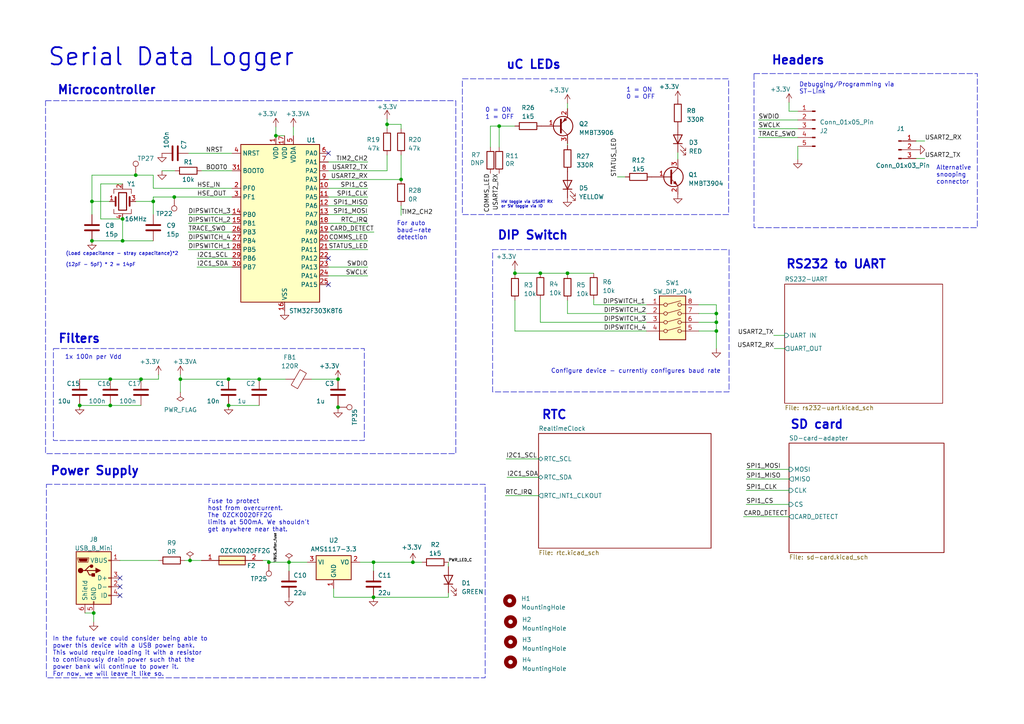
<source format=kicad_sch>
(kicad_sch (version 20230121) (generator eeschema)
  (paper "A4")
  (title_block (title "Serial Snooper PCB") (date "2023-04-22") (rev "1.0"))
  (lib_symbols
    (symbol "0ZCK0020FF2G:0ZCK0020FF2G" (pin_names hide)
      (property "Reference" "F" (at 13.97 6.35 0))
      (property "Value" "0ZCK0020FF2G" (at 13.97 3.81 0))
      (symbol "0ZCK0020FF2G_1_1"
        (polyline (pts (xy 5.08 0) (xy 12.7 0)) (stroke (width 0.254)))
        (rectangle (start 5.08 1.27) (end 12.7 -1.27) (stroke (width 0.254)) (fill (type background)))
        (pin passive line (at 0 0 0) (length 5.08) (name "1") (number "1"))
        (pin passive line (at 17.78 0 180) (length 5.08) (name "2") (number "2"))
      )
    )
    (symbol "Connector:Conn_01x03_Pin" (pin_names (offset 1.016) hide)
      (property "Reference" "J" (at 0 5.08 0))
      (property "Value" "Conn_01x03_Pin" (at 0 -5.08 0))
      (symbol "Conn_01x03_Pin_1_1"
        (polyline (pts (xy 1.27 -2.54) (xy 0.8636 -2.54)) (stroke (width 0.1524)))
        (polyline (pts (xy 1.27 0) (xy 0.8636 0)) (stroke (width 0.1524)))
        (polyline (pts (xy 1.27 2.54) (xy 0.8636 2.54)) (stroke (width 0.1524)))
        (rectangle (start 0.8636 -2.413) (end 0 -2.667) (stroke (width 0.1524)) (fill (type outline)))
        (rectangle (start 0.8636 0.127) (end 0 -0.127) (stroke (width 0.1524)) (fill (type outline)))
        (rectangle (start 0.8636 2.667) (end 0 2.413) (stroke (width 0.1524)) (fill (type outline)))
        (pin passive line (at 5.08 2.54 180) (length 3.81) (name "Pin_1") (number "1"))
        (pin passive line (at 5.08 0 180) (length 3.81) (name "Pin_2") (number "2"))
        (pin passive line (at 5.08 -2.54 180) (length 3.81) (name "Pin_3") (number "3"))
      )
    )
    (symbol "Connector:Conn_01x05_Pin" (pin_names (offset 1.016) hide)
      (property "Reference" "J" (at 0 7.62 0))
      (property "Value" "Conn_01x05_Pin" (at 0 -7.62 0))
      (symbol "Conn_01x05_Pin_1_1"
        (polyline (pts (xy 1.27 -5.08) (xy 0.8636 -5.08)) (stroke (width 0.1524)))
        (polyline (pts (xy 1.27 -2.54) (xy 0.8636 -2.54)) (stroke (width 0.1524)))
        (polyline (pts (xy 1.27 0) (xy 0.8636 0)) (stroke (width 0.1524)))
        (polyline (pts (xy 1.27 2.54) (xy 0.8636 2.54)) (stroke (width 0.1524)))
        (polyline (pts (xy 1.27 5.08) (xy 0.8636 5.08)) (stroke (width 0.1524)))
        (rectangle (start 0.8636 -4.953) (end 0 -5.207) (stroke (width 0.1524)) (fill (type outline)))
        (rectangle (start 0.8636 -2.413) (end 0 -2.667) (stroke (width 0.1524)) (fill (type outline)))
        (rectangle (start 0.8636 0.127) (end 0 -0.127) (stroke (width 0.1524)) (fill (type outline)))
        (rectangle (start 0.8636 2.667) (end 0 2.413) (stroke (width 0.1524)) (fill (type outline)))
        (rectangle (start 0.8636 5.207) (end 0 4.953) (stroke (width 0.1524)) (fill (type outline)))
        (pin passive line (at 5.08 5.08 180) (length 3.81) (name "Pin_1") (number "1"))
        (pin passive line (at 5.08 2.54 180) (length 3.81) (name "Pin_2") (number "2"))
        (pin passive line (at 5.08 0 180) (length 3.81) (name "Pin_3") (number "3"))
        (pin passive line (at 5.08 -2.54 180) (length 3.81) (name "Pin_4") (number "4"))
        (pin passive line (at 5.08 -5.08 180) (length 3.81) (name "Pin_5") (number "5"))
      )
    )
    (symbol "Connector:TestPoint" (pin_numbers hide) (pin_names (offset 0.762) hide)
      (property "Reference" "TP" (at 0 6.858 0))
      (property "Value" "TestPoint" (at 0 5.08 0))
      (symbol "TestPoint_0_1"
        (circle (center 0 3.302) (radius 0.762))
      )
      (symbol "TestPoint_1_1"
        (pin passive line (at 0 0 90) (length 2.54) (name "1") (number "1"))
      )
    )
    (symbol "Connector:USB_B_Mini" (pin_names (offset 1.016))
      (property "Reference" "J" (at -5.08 11.43 0))
      (property "Value" "USB_B_Mini" (at -5.08 8.89 0))
      (symbol "USB_B_Mini_0_1"
        (rectangle (start -5.08 -7.62) (end 5.08 7.62) (stroke (width 0.254)) (fill (type background)))
        (circle (center -3.81 2.159) (radius 0.635) (stroke (width 0.254)) (fill (type outline)))
        (circle (center -0.635 3.429) (radius 0.381) (stroke (width 0.254)) (fill (type outline)))
        (rectangle (start -0.127 -7.62) (end 0.127 -6.858))
        (polyline (pts (xy -1.905 2.159) (xy 0.635 2.159)) (stroke (width 0.254)))
        (polyline (pts (xy -3.175 2.159) (xy -2.54 2.159) (xy -1.27 3.429) (xy -0.635 3.429)) (stroke (width 0.254)))
        (polyline (pts (xy -2.54 2.159) (xy -1.905 2.159) (xy -1.27 0.889) (xy 0 0.889)) (stroke (width 0.254)))
        (polyline (pts (xy 0.635 2.794) (xy 0.635 1.524) (xy 1.905 2.159) (xy 0.635 2.794)) (stroke (width 0.254)) (fill (type outline)))
        (polyline (pts (xy -4.318 5.588) (xy -1.778 5.588) (xy -2.032 4.826) (xy -4.064 4.826) (xy -4.318 5.588)) (fill (type outline)))
        (polyline (pts (xy -4.699 5.842) (xy -4.699 5.588) (xy -4.445 4.826) (xy -4.445 4.572) (xy -1.651 4.572) (xy -1.651 4.826) (xy -1.397 5.588) (xy -1.397 5.842) (xy -4.699 5.842)))
        (rectangle (start 0.254 1.27) (end -0.508 0.508) (stroke (width 0.254)) (fill (type outline)))
        (rectangle (start 5.08 -5.207) (end 4.318 -4.953))
        (rectangle (start 5.08 -2.667) (end 4.318 -2.413))
        (rectangle (start 5.08 -0.127) (end 4.318 0.127))
        (rectangle (start 5.08 4.953) (end 4.318 5.207))
      )
      (symbol "USB_B_Mini_1_1"
        (pin power_out line (at 7.62 5.08 180) (length 2.54) (name "VBUS") (number "1"))
        (pin bidirectional line (at 7.62 -2.54 180) (length 2.54) (name "D-") (number "2"))
        (pin bidirectional line (at 7.62 0 180) (length 2.54) (name "D+") (number "3"))
        (pin passive line (at 7.62 -5.08 180) (length 2.54) (name "ID") (number "4"))
        (pin power_out line (at 0 -10.16 90) (length 2.54) (name "GND") (number "5"))
        (pin passive line (at -2.54 -10.16 90) (length 2.54) (name "Shield") (number "6"))
      )
    )
    (symbol "Device:C" (pin_numbers hide) (pin_names (offset 0.254))
      (property "Reference" "C" (at 0.635 2.54 0))
      (property "Value" "C" (at 0.635 -2.54 0))
      (symbol "C_0_1"
        (polyline (pts (xy -2.032 -0.762) (xy 2.032 -0.762)) (stroke (width 0.508)))
        (polyline (pts (xy -2.032 0.762) (xy 2.032 0.762)) (stroke (width 0.508)))
      )
      (symbol "C_1_1"
        (pin passive line (at 0 3.81 270) (length 2.794) (name "~") (number "1"))
        (pin passive line (at 0 -3.81 90) (length 2.794) (name "~") (number "2"))
      )
    )
    (symbol "Device:Crystal_GND24" (pin_names (offset 1.016) hide)
      (property "Reference" "Y" (at 3.175 5.08 0))
      (property "Value" "Crystal_GND24" (at 3.175 3.175 0))
      (symbol "Crystal_GND24_0_1"
        (rectangle (start -1.143 2.54) (end 1.143 -2.54) (stroke (width 0.3048)))
        (polyline (pts (xy -2.54 0) (xy -2.032 0)))
        (polyline (pts (xy -2.032 -1.27) (xy -2.032 1.27)) (stroke (width 0.508)))
        (polyline (pts (xy 0 -3.81) (xy 0 -3.556)))
        (polyline (pts (xy 0 3.556) (xy 0 3.81)))
        (polyline (pts (xy 2.032 -1.27) (xy 2.032 1.27)) (stroke (width 0.508)))
        (polyline (pts (xy 2.032 0) (xy 2.54 0)))
        (polyline (pts (xy -2.54 -2.286) (xy -2.54 -3.556) (xy 2.54 -3.556) (xy 2.54 -2.286)))
        (polyline (pts (xy -2.54 2.286) (xy -2.54 3.556) (xy 2.54 3.556) (xy 2.54 2.286)))
      )
      (symbol "Crystal_GND24_1_1"
        (pin passive line (at -3.81 0 0) (length 1.27) (name "1") (number "1"))
        (pin passive line (at 0 5.08 270) (length 1.27) (name "2") (number "2"))
        (pin passive line (at 3.81 0 180) (length 1.27) (name "3") (number "3"))
        (pin passive line (at 0 -5.08 90) (length 1.27) (name "4") (number "4"))
      )
    )
    (symbol "Device:FerriteBead" (pin_numbers hide) (pin_names (offset 0))
      (property "Reference" "FB" (at -3.81 0.635 90))
      (property "Value" "FerriteBead" (at 3.81 0 90))
      (symbol "FerriteBead_0_1"
        (polyline (pts (xy 0 -1.27) (xy 0 -1.2192)))
        (polyline (pts (xy 0 1.27) (xy 0 1.2954)))
        (polyline (pts (xy -2.7686 0.4064) (xy -1.7018 2.2606) (xy 2.7686 -0.3048) (xy 1.6764 -2.159) (xy -2.7686 0.4064)))
      )
      (symbol "FerriteBead_1_1"
        (pin passive line (at 0 3.81 270) (length 2.54) (name "~") (number "1"))
        (pin passive line (at 0 -3.81 90) (length 2.54) (name "~") (number "2"))
      )
    )
    (symbol "Device:LED" (pin_numbers hide) (pin_names (offset 1.016) hide)
      (property "Reference" "D" (at 0 2.54 0))
      (property "Value" "LED" (at 0 -2.54 0))
      (symbol "LED_0_1"
        (polyline (pts (xy -1.27 -1.27) (xy -1.27 1.27)) (stroke (width 0.254)))
        (polyline (pts (xy -1.27 0) (xy 1.27 0)))
        (polyline (pts (xy 1.27 -1.27) (xy 1.27 1.27) (xy -1.27 0) (xy 1.27 -1.27)) (stroke (width 0.254)))
        (polyline (pts (xy -3.048 -0.762) (xy -4.572 -2.286) (xy -3.81 -2.286) (xy -4.572 -2.286) (xy -4.572 -1.524)))
        (polyline (pts (xy -1.778 -0.762) (xy -3.302 -2.286) (xy -2.54 -2.286) (xy -3.302 -2.286) (xy -3.302 -1.524)))
      )
      (symbol "LED_1_1"
        (pin passive line (at -3.81 0 0) (length 2.54) (name "K") (number "1"))
        (pin passive line (at 3.81 0 180) (length 2.54) (name "A") (number "2"))
      )
    )
    (symbol "Device:R" (pin_numbers hide) (pin_names (offset 0))
      (property "Reference" "R" (at 2.032 0 90))
      (property "Value" "R" (at 0 0 90))
      (symbol "R_0_1"
        (rectangle (start -1.016 -2.54) (end 1.016 2.54) (stroke (width 0.254)))
      )
      (symbol "R_1_1"
        (pin passive line (at 0 3.81 270) (length 1.27) (name "~") (number "1"))
        (pin passive line (at 0 -3.81 90) (length 1.27) (name "~") (number "2"))
      )
    )
    (symbol "MCU_ST_STM32F3:STM32F303K8Tx"
      (property "Reference" "U" (at -10.16 24.13 0))
      (property "Value" "STM32F303K8Tx" (at 7.62 24.13 0))
      (symbol "STM32F303K8Tx_0_1"
        (rectangle (start -10.16 -22.86) (end 12.7 22.86) (stroke (width 0.254)) (fill (type background)))
      )
      (symbol "STM32F303K8Tx_1_1"
        (pin power_in line (at 0 25.4 270) (length 2.54) (name "VDD") (number "1"))
        (pin bidirectional line (at 15.24 10.16 180) (length 2.54) (name "PA4") (number "10"))
        (pin bidirectional line (at 15.24 7.62 180) (length 2.54) (name "PA5") (number "11"))
        (pin bidirectional line (at 15.24 5.08 180) (length 2.54) (name "PA6") (number "12"))
        (pin bidirectional line (at 15.24 2.54 180) (length 2.54) (name "PA7") (number "13"))
        (pin bidirectional line (at -12.7 2.54 0) (length 2.54) (name "PB0") (number "14"))
        (pin bidirectional line (at -12.7 0 0) (length 2.54) (name "PB1") (number "15"))
        (pin power_in line (at 2.54 -25.4 90) (length 2.54) (name "VSS") (number "16"))
        (pin power_in line (at 2.54 25.4 270) (length 2.54) (name "VDD") (number "17"))
        (pin bidirectional line (at 15.24 0 180) (length 2.54) (name "PA8") (number "18"))
        (pin bidirectional line (at 15.24 -2.54 180) (length 2.54) (name "PA9") (number "19"))
        (pin bidirectional line (at -12.7 10.16 0) (length 2.54) (name "PF0") (number "2"))
        (pin bidirectional line (at 15.24 -5.08 180) (length 2.54) (name "PA10") (number "20"))
        (pin bidirectional line (at 15.24 -7.62 180) (length 2.54) (name "PA11") (number "21"))
        (pin bidirectional line (at 15.24 -10.16 180) (length 2.54) (name "PA12") (number "22"))
        (pin bidirectional line (at 15.24 -12.7 180) (length 2.54) (name "PA13") (number "23"))
        (pin bidirectional line (at 15.24 -15.24 180) (length 2.54) (name "PA14") (number "24"))
        (pin bidirectional line (at 15.24 -17.78 180) (length 2.54) (name "PA15") (number "25"))
        (pin bidirectional line (at -12.7 -2.54 0) (length 2.54) (name "PB3") (number "26"))
        (pin bidirectional line (at -12.7 -5.08 0) (length 2.54) (name "PB4") (number "27"))
        (pin bidirectional line (at -12.7 -7.62 0) (length 2.54) (name "PB5") (number "28"))
        (pin bidirectional line (at -12.7 -10.16 0) (length 2.54) (name "PB6") (number "29"))
        (pin bidirectional line (at -12.7 7.62 0) (length 2.54) (name "PF1") (number "3"))
        (pin bidirectional line (at -12.7 -12.7 0) (length 2.54) (name "PB7") (number "30"))
        (pin input line (at -12.7 15.24 0) (length 2.54) (name "BOOT0") (number "31"))
        (pin passive line (at 2.54 -25.4 90) (length 2.54) hide (name "VSS") (number "32"))
        (pin input line (at -12.7 20.32 0) (length 2.54) (name "NRST") (number "4"))
        (pin power_in line (at 5.08 25.4 270) (length 2.54) (name "VDDA") (number "5"))
        (pin bidirectional line (at 15.24 20.32 180) (length 2.54) (name "PA0") (number "6"))
        (pin bidirectional line (at 15.24 17.78 180) (length 2.54) (name "PA1") (number "7"))
        (pin bidirectional line (at 15.24 15.24 180) (length 2.54) (name "PA2") (number "8"))
        (pin bidirectional line (at 15.24 12.7 180) (length 2.54) (name "PA3") (number "9"))
      )
    )
    (symbol "Mechanical:MountingHole" (pin_names (offset 1.016))
      (property "Reference" "H" (at 0 5.08 0))
      (property "Value" "MountingHole" (at 0 3.175 0))
      (symbol "MountingHole_0_1"
        (circle (center 0 0) (radius 1.27) (stroke (width 1.27)))
      )
    )
    (symbol "Regulator_Linear:AMS1117-3.3"
      (property "Reference" "U" (at -3.81 3.175 0))
      (property "Value" "AMS1117-3.3" (at 0 3.175 0))
      (symbol "AMS1117-3.3_0_1"
        (rectangle (start -5.08 -5.08) (end 5.08 1.905) (stroke (width 0.254)) (fill (type background)))
      )
      (symbol "AMS1117-3.3_1_1"
        (pin power_in line (at 0 -7.62 90) (length 2.54) (name "GND") (number "1"))
        (pin power_out line (at 7.62 0 180) (length 2.54) (name "VO") (number "2"))
        (pin power_in line (at -7.62 0 0) (length 2.54) (name "VI") (number "3"))
      )
    )
    (symbol "Switch:SW_DIP_x04" (pin_names (offset 0) hide)
      (property "Reference" "SW" (at 0 8.89 0))
      (property "Value" "SW_DIP_x04" (at 0 -6.35 0))
      (symbol "SW_DIP_x04_0_0"
        (circle (center -2.032 -2.54) (radius 0.508))
        (circle (center -2.032 0) (radius 0.508))
        (circle (center -2.032 2.54) (radius 0.508))
        (circle (center -2.032 5.08) (radius 0.508))
        (polyline (pts (xy -1.524 -2.3876) (xy 2.3622 -1.3462)))
        (polyline (pts (xy -1.524 0.127) (xy 2.3622 1.1684)))
        (polyline (pts (xy -1.524 2.667) (xy 2.3622 3.7084)))
        (polyline (pts (xy -1.524 5.207) (xy 2.3622 6.2484)))
        (circle (center 2.032 -2.54) (radius 0.508))
        (circle (center 2.032 0) (radius 0.508))
        (circle (center 2.032 2.54) (radius 0.508))
        (circle (center 2.032 5.08) (radius 0.508))
      )
      (symbol "SW_DIP_x04_0_1"
        (rectangle (start -3.81 7.62) (end 3.81 -5.08) (stroke (width 0.254)) (fill (type background)))
      )
      (symbol "SW_DIP_x04_1_1"
        (pin passive line (at -7.62 5.08 0) (length 5.08) (name "~") (number "1"))
        (pin passive line (at -7.62 2.54 0) (length 5.08) (name "~") (number "2"))
        (pin passive line (at -7.62 0 0) (length 5.08) (name "~") (number "3"))
        (pin passive line (at -7.62 -2.54 0) (length 5.08) (name "~") (number "4"))
        (pin passive line (at 7.62 -2.54 180) (length 5.08) (name "~") (number "5"))
        (pin passive line (at 7.62 0 180) (length 5.08) (name "~") (number "6"))
        (pin passive line (at 7.62 2.54 180) (length 5.08) (name "~") (number "7"))
        (pin passive line (at 7.62 5.08 180) (length 5.08) (name "~") (number "8"))
      )
    )
    (symbol "Transistor_BJT:MMBT3904" (pin_names (offset 0) hide)
      (property "Reference" "Q" (at 5.08 1.905 0))
      (property "Value" "MMBT3904" (at 5.08 0 0))
      (symbol "MMBT3904_0_1"
        (polyline (pts (xy 0.635 0.635) (xy 2.54 2.54)))
        (polyline (pts (xy 0.635 -0.635) (xy 2.54 -2.54) (xy 2.54 -2.54)))
        (polyline (pts (xy 0.635 1.905) (xy 0.635 -1.905) (xy 0.635 -1.905)) (stroke (width 0.508)))
        (polyline (pts (xy 1.27 -1.778) (xy 1.778 -1.27) (xy 2.286 -2.286) (xy 1.27 -1.778) (xy 1.27 -1.778)) (fill (type outline)))
        (circle (center 1.27 0) (radius 2.8194) (stroke (width 0.254)))
      )
      (symbol "MMBT3904_1_1"
        (pin input line (at -5.08 0 0) (length 5.715) (name "B") (number "1"))
        (pin passive line (at 2.54 -5.08 90) (length 2.54) (name "E") (number "2"))
        (pin passive line (at 2.54 5.08 270) (length 2.54) (name "C") (number "3"))
      )
    )
    (symbol "Transistor_BJT:MMBT3906" (pin_names (offset 0) hide)
      (property "Reference" "Q" (at 5.08 1.905 0))
      (property "Value" "MMBT3906" (at 5.08 0 0))
      (symbol "MMBT3906_0_1"
        (polyline (pts (xy 0.635 0.635) (xy 2.54 2.54)))
        (polyline (pts (xy 0.635 -0.635) (xy 2.54 -2.54) (xy 2.54 -2.54)))
        (polyline (pts (xy 0.635 1.905) (xy 0.635 -1.905) (xy 0.635 -1.905)) (stroke (width 0.508)))
        (polyline (pts (xy 2.286 -1.778) (xy 1.778 -2.286) (xy 1.27 -1.27) (xy 2.286 -1.778) (xy 2.286 -1.778)) (fill (type outline)))
        (circle (center 1.27 0) (radius 2.8194) (stroke (width 0.254)))
      )
      (symbol "MMBT3906_1_1"
        (pin input line (at -5.08 0 0) (length 5.715) (name "B") (number "1"))
        (pin passive line (at 2.54 -5.08 90) (length 2.54) (name "E") (number "2"))
        (pin passive line (at 2.54 5.08 270) (length 2.54) (name "C") (number "3"))
      )
    )
    (symbol "power:+3.3V" (power) (pin_names (offset 0))
      (property "Value" "+3.3V" (at 0 3.556 0))
      (symbol "+3.3V_0_1"
        (polyline (pts (xy -0.762 1.27) (xy 0 2.54)))
        (polyline (pts (xy 0 0) (xy 0 2.54)))
        (polyline (pts (xy 0 2.54) (xy 0.762 1.27)))
      )
      (symbol "+3.3V_1_1"
        (pin power_in line (at 0 0 90) (length 0) hide (name "+3.3V") (number "1"))
      )
    )
    (symbol "power:+3.3VA" (power) (pin_names (offset 0))
      (property "Value" "+3.3VA" (at 0 3.556 0))
      (symbol "+3.3VA_0_1"
        (polyline (pts (xy -0.762 1.27) (xy 0 2.54)))
        (polyline (pts (xy 0 0) (xy 0 2.54)))
        (polyline (pts (xy 0 2.54) (xy 0.762 1.27)))
      )
      (symbol "+3.3VA_1_1"
        (pin power_in line (at 0 0 90) (length 0) hide (name "+3.3VA") (number "1"))
      )
    )
    (symbol "power:GND" (power) (pin_names (offset 0))
      (property "Value" "GND" (at 0 -3.81 0))
      (symbol "GND_0_1"
        (polyline (pts (xy 0 0) (xy 0 -1.27) (xy 1.27 -1.27) (xy 0 -2.54) (xy -1.27 -1.27) (xy 0 -1.27)))
      )
      (symbol "GND_1_1"
        (pin power_in line (at 0 0 270) (length 0) hide (name "GND") (number "1"))
      )
    )
    (symbol "power:PWR_FLAG" (power) (pin_numbers hide) (pin_names (offset 0) hide)
      (property "Value" "PWR_FLAG" (at 0 3.81 0))
      (symbol "PWR_FLAG_0_0"
        (pin power_out line (at 0 0 90) (length 0) (name "pwr") (number "1"))
      )
      (symbol "PWR_FLAG_0_1"
        (polyline (pts (xy 0 0) (xy 0 1.27) (xy -1.016 1.905) (xy 0 2.54) (xy 1.016 1.905) (xy 0 1.27)))
      )
    )
  )
  (junction (at 44.45 58.42))
  (junction (at 116.332 52.07))
  (junction (at 149.352 79.248))
  (junction (at 207.772 96.012))
  (junction (at 52.324 109.982))
  (junction (at 207.772 90.932))
  (junction (at 27.178 177.8))
  (junction (at 35.56 63.5))
  (junction (at 108.331 173.228))
  (junction (at 119.761 163.068))
  (junction (at 35.56 69.85))
  (junction (at 26.67 58.42))
  (junction (at 98.044 109.982))
  (junction (at 144.78 36.576))
  (junction (at 80.01 39.37))
  (junction (at 207.772 93.472))
  (junction (at 108.331 163.068))
  (junction (at 50.546 57.15))
  (junction (at 23.114 117.602))
  (junction (at 26.67 69.85))
  (junction (at 32.004 109.982))
  (junction (at 83.82 163.068))
  (junction (at 66.294 109.982))
  (junction (at 164.592 79.248))
  (junction (at 77.978 163.068))
  (junction (at 32.004 117.602))
  (junction (at 156.718 79.248))
  (junction (at 40.894 109.982))
  (junction (at 98.044 118.11))
  (junction (at 55.118 162.56))
  (junction (at 39.37 50.8))
  (junction (at 66.294 117.602))
  (junction (at 112.268 36.068))
  (junction (at 75.184 109.982))
  (no_connect (at 95.25 44.45))
  (no_connect (at 34.798 167.64))
  (no_connect (at 95.25 82.55))
  (no_connect (at 34.798 170.18))
  (no_connect (at 34.798 172.72))
  (no_connect (at 95.25 74.93))
  (wire (pts (xy 116.332 52.07) (xy 116.332 44.958)))
  (wire (pts (xy 231.394 32.258) (xy 228.854 32.258)))
  (wire (pts (xy 55.118 162.56) (xy 58.42 162.56)))
  (wire (pts (xy 90.424 109.982) (xy 98.044 109.982)))
  (wire (pts (xy 57.15 77.47) (xy 67.31 77.47)))
  (wire (pts (xy 46.99 49.53) (xy 50.8 49.53)))
  (wire (pts (xy 66.294 117.602) (xy 75.184 117.602)))
  (wire (pts (xy 207.772 93.472) (xy 207.772 90.932)))
  (wire (pts (xy 231.394 42.418) (xy 231.394 46.228)))
  (wire (pts (xy 108.331 173.228) (xy 130.048 173.228)))
  (wire (pts (xy 96.774 170.688) (xy 96.774 173.228)))
  (wire (pts (xy 95.25 54.61) (xy 106.68 54.61)))
  (wire (pts (xy 54.61 67.31) (xy 67.31 67.31)))
  (wire (pts (xy 44.45 54.61) (xy 67.31 54.61)))
  (wire (pts (xy 52.324 109.982) (xy 66.294 109.982)))
  (wire (pts (xy 104.394 163.068) (xy 108.331 163.068)))
  (wire (pts (xy 95.25 57.15) (xy 106.68 57.15)))
  (wire (pts (xy 54.61 72.39) (xy 67.31 72.39)))
  (wire (pts (xy 98.044 118.11) (xy 98.044 118.491)))
  (wire (pts (xy 75.184 109.982) (xy 82.804 109.982)))
  (wire (pts (xy 40.894 109.982) (xy 45.974 109.982)))
  (wire (pts (xy 95.25 49.53) (xy 112.268 49.53)))
  (wire (pts (xy 164.592 41.656) (xy 164.592 42.164)))
  (wire (pts (xy 98.044 117.602) (xy 98.044 118.11)))
  (wire (pts (xy 32.004 117.602) (xy 40.894 117.602)))
  (wire (pts (xy 23.114 117.602) (xy 32.004 117.602)))
  (wire (pts (xy 149.352 87.122) (xy 149.352 96.012)))
  (wire (pts (xy 83.82 163.068) (xy 89.154 163.068)))
  (wire (pts (xy 57.15 74.93) (xy 67.31 74.93)))
  (wire (pts (xy 224.409 97.282) (xy 227.584 97.282)))
  (wire (pts (xy 35.56 69.85) (xy 44.45 69.85)))
  (wire (pts (xy 164.592 79.248) (xy 172.212 79.248)))
  (wire (pts (xy 108.331 163.068) (xy 108.331 165.608)))
  (wire (pts (xy 119.761 163.068) (xy 122.428 163.068)))
  (wire (pts (xy 29.21 63.5) (xy 35.56 63.5)))
  (wire (pts (xy 52.324 108.712) (xy 52.324 109.982)))
  (wire (pts (xy 35.56 69.85) (xy 35.56 63.5)))
  (wire (pts (xy 142.24 36.576) (xy 144.78 36.576)))
  (wire (pts (xy 77.978 162.56) (xy 77.978 163.068)))
  (wire (pts (xy 112.268 34.544) (xy 112.268 36.068)))
  (wire (pts (xy 44.45 62.23) (xy 44.45 58.42)))
  (wire (pts (xy 164.592 90.932) (xy 187.452 90.932)))
  (wire (pts (xy 219.964 39.878) (xy 231.394 39.878)))
  (wire (pts (xy 95.25 46.99) (xy 106.68 46.99)))
  (wire (pts (xy 95.25 69.85) (xy 106.68 69.85)))
  (wire (pts (xy 26.67 50.8) (xy 26.67 58.42)))
  (wire (pts (xy 112.268 36.068) (xy 112.268 37.338)))
  (wire (pts (xy 85.09 36.83) (xy 85.09 39.37)))
  (wire (pts (xy 216.408 142.24) (xy 228.854 142.24)))
  (wire (pts (xy 26.67 50.8) (xy 39.37 50.8)))
  (wire (pts (xy 187.452 88.392) (xy 172.212 88.392)))
  (wire (pts (xy 95.25 80.01) (xy 106.68 80.01)))
  (wire (pts (xy 34.798 162.56) (xy 45.974 162.56)))
  (wire (pts (xy 202.692 96.012) (xy 207.772 96.012)))
  (wire (pts (xy 228.854 32.258) (xy 228.854 29.718)))
  (wire (pts (xy 164.592 79.248) (xy 164.592 79.502)))
  (wire (pts (xy 95.25 62.23) (xy 106.68 62.23)))
  (wire (pts (xy 27.178 177.8) (xy 27.178 180.34)))
  (wire (pts (xy 130.048 171.958) (xy 130.048 173.228)))
  (wire (pts (xy 207.772 96.012) (xy 207.772 93.472)))
  (wire (pts (xy 202.692 93.472) (xy 207.772 93.472)))
  (wire (pts (xy 207.772 96.012) (xy 207.772 101.092)))
  (wire (pts (xy 77.978 163.068) (xy 83.82 163.068)))
  (wire (pts (xy 215.646 149.86) (xy 228.854 149.86)))
  (wire (pts (xy 45.974 109.982) (xy 45.974 108.712)))
  (wire (pts (xy 144.78 36.576) (xy 144.78 42.672)))
  (wire (pts (xy 142.24 42.672) (xy 142.24 36.576)))
  (wire (pts (xy 164.592 90.932) (xy 164.592 87.122)))
  (wire (pts (xy 187.452 96.012) (xy 149.352 96.012)))
  (wire (pts (xy 156.718 93.472) (xy 187.452 93.472)))
  (wire (pts (xy 265.684 40.894) (xy 268.224 40.894)))
  (wire (pts (xy 39.37 50.8) (xy 44.45 50.8)))
  (wire (pts (xy 53.594 162.56) (xy 55.118 162.56)))
  (wire (pts (xy 202.692 90.932) (xy 207.772 90.932)))
  (wire (pts (xy 23.114 109.982) (xy 32.004 109.982)))
  (wire (pts (xy 112.268 49.53) (xy 112.268 44.958)))
  (wire (pts (xy 80.01 36.83) (xy 80.01 39.37)))
  (wire (pts (xy 32.004 109.982) (xy 40.894 109.982)))
  (wire (pts (xy 156.718 86.868) (xy 156.718 93.472)))
  (wire (pts (xy 116.332 36.068) (xy 116.332 37.338)))
  (wire (pts (xy 95.25 77.47) (xy 106.68 77.47)))
  (wire (pts (xy 76.2 162.56) (xy 77.978 162.56)))
  (wire (pts (xy 50.546 57.15) (xy 67.31 57.15)))
  (wire (pts (xy 265.684 45.974) (xy 268.224 45.974)))
  (wire (pts (xy 95.25 67.31) (xy 108.458 67.31)))
  (wire (pts (xy 202.692 88.392) (xy 207.772 88.392)))
  (wire (pts (xy 24.638 177.8) (xy 27.178 177.8)))
  (wire (pts (xy 66.294 109.982) (xy 75.184 109.982)))
  (wire (pts (xy 179.07 51.308) (xy 181.356 51.308)))
  (wire (pts (xy 144.78 36.576) (xy 149.352 36.576)))
  (wire (pts (xy 196.596 44.196) (xy 196.596 46.228)))
  (wire (pts (xy 156.718 79.248) (xy 164.592 79.248)))
  (wire (pts (xy 172.212 86.868) (xy 172.212 88.392)))
  (wire (pts (xy 26.67 58.42) (xy 26.67 62.23)))
  (wire (pts (xy 52.324 109.982) (xy 52.324 113.792)))
  (wire (pts (xy 29.21 53.34) (xy 29.21 63.5)))
  (wire (pts (xy 44.45 54.61) (xy 44.45 50.8)))
  (wire (pts (xy 149.352 79.248) (xy 149.352 79.502)))
  (wire (pts (xy 54.61 44.45) (xy 67.31 44.45)))
  (wire (pts (xy 146.812 133.096) (xy 156.21 133.096)))
  (wire (pts (xy 26.67 69.85) (xy 35.56 69.85)))
  (wire (pts (xy 44.45 57.15) (xy 50.546 57.15)))
  (wire (pts (xy 149.352 79.248) (xy 156.718 79.248)))
  (wire (pts (xy 207.772 90.932) (xy 207.772 88.392)))
  (wire (pts (xy 96.774 173.228) (xy 108.331 173.228)))
  (wire (pts (xy 54.61 64.77) (xy 67.31 64.77)))
  (wire (pts (xy 54.61 62.23) (xy 67.31 62.23)))
  (wire (pts (xy 224.536 101.092) (xy 227.584 101.092)))
  (wire (pts (xy 164.592 29.972) (xy 164.592 31.496)))
  (wire (pts (xy 108.331 163.068) (xy 119.761 163.068)))
  (wire (pts (xy 130.048 163.068) (xy 130.048 164.338)))
  (wire (pts (xy 44.45 57.15) (xy 44.45 58.42)))
  (wire (pts (xy 80.01 39.37) (xy 82.55 39.37)))
  (wire (pts (xy 116.332 59.69) (xy 116.332 62.484)))
  (wire (pts (xy 219.964 37.338) (xy 231.394 37.338)))
  (wire (pts (xy 147.066 138.43) (xy 156.21 138.43)))
  (wire (pts (xy 149.352 78.232) (xy 149.352 79.248)))
  (wire (pts (xy 216.408 146.304) (xy 228.854 146.304)))
  (wire (pts (xy 95.25 72.39) (xy 106.68 72.39)))
  (wire (pts (xy 31.75 58.42) (xy 26.67 58.42)))
  (wire (pts (xy 95.25 64.77) (xy 106.68 64.77)))
  (wire (pts (xy 146.558 143.764) (xy 156.21 143.764)))
  (wire (pts (xy 35.56 53.34) (xy 29.21 53.34)))
  (wire (pts (xy 216.408 136.144) (xy 228.854 136.144)))
  (wire (pts (xy 112.268 36.068) (xy 116.332 36.068)))
  (wire (pts (xy 39.37 58.42) (xy 44.45 58.42)))
  (wire (pts (xy 54.61 69.85) (xy 67.31 69.85)))
  (wire (pts (xy 83.82 163.068) (xy 83.82 165.608)))
  (wire (pts (xy 216.408 138.938) (xy 228.854 138.938)))
  (wire (pts (xy 95.25 52.07) (xy 116.332 52.07)))
  (wire (pts (xy 95.25 59.69) (xy 106.68 59.69)))
  (wire (pts (xy 219.964 34.798) (xy 231.394 34.798)))
  (wire (pts (xy 58.42 49.53) (xy 67.31 49.53)))
  (rectangle (start 13.462 140.462) (end 140.716 196.596) (stroke (width 0) (type dash)))
  (rectangle (start 13.208 29.21) (end 132.207 131.572) (stroke (width 0) (type dash)))
  (rectangle (start 142.875 72.39) (end 211.455 113.665) (stroke (width 0) (type dash)))
  (rectangle (start 218.694 21.336) (end 283.464 66.04) (stroke (width 0) (type dash)))
  (rectangle (start 134.112 22.86) (end 211.328 62.23) (stroke (width 0) (type dash)))
  (rectangle (start 15.494 101.092) (end 105.664 127.762) (stroke (width 0) (type dash)))
  (text "Headers" (at 223.647 19.05 0) (effects (font (size 2.5 2.5) (thickness 0.5) bold) (justify left bottom)))
  (text "1 = ON\n0 = OFF" (at 181.61 28.956 0) (effects (font (size 1.27 1.27)) (justify left bottom)))
  (text "Fuse to protect\nhost from overcurrent.\nThe 0ZCK0020FF2G \nlimits at 500mA. We shouldn't\nget anywhere near that." (at 60.198 154.432 0) (effects (font (size 1.27 1.27)) (justify left bottom)))
  (text "0 = ON\n1 = OFF" (at 140.716 34.798 0) (effects (font (size 1.27 1.27)) (justify left bottom)))
  (text "Filters" (at 16.764 99.822 0) (effects (font (size 2.5 2.5) (thickness 0.5) bold) (justify left bottom)))
  (text "Configure device - currently configures baud rate" (at 159.766 108.458 0) (effects (font (size 1.27 1.27)) (justify left bottom)))
  (text "For auto\nbaud-rate\ndetection" (at 115.062 69.723 0) (effects (font (size 1.27 1.27)) (justify left bottom)))
  (text "1x 100n per Vdd" (at 18.796 104.394 0) (effects (font (size 1.27 1.27)) (justify left bottom)))
  (text "DIP Switch" (at 144.145 69.85 0) (effects (font (size 2.5 2.5) (thickness 0.5) bold) (justify left bottom)))
  (text "SD card" (at 229.108 124.714 0) (effects (font (size 2.5 2.5) (thickness 0.5) bold) (justify left bottom)))
  (text "Debugging/Programming via \nST-Link" (at 231.775 27.432 0) (effects (font (size 1.27 1.27)) (justify left bottom)))
  (text "(Load capacitance - stray capacitance)*2\n\n(12pF - 5pF) * 2 = 14pF" (at 19.05 77.47 0) (effects (font (size 1 1)) (justify left bottom)))
  (text "In the future we could consider being able to\npower this device with a USB power bank.\nThis would require loading it with a resistor\nto continuously drain power such that the\npower bank will continue to power it.\nFor now, we will leave it like so." (at 15.24 196.342 0) (effects (font (size 1.27 1.27)) (justify left bottom)))
  (text "uC LEDs" (at 146.685 20.32 0) (effects (font (size 2.5 2.5) (thickness 0.5) bold) (justify left bottom)))
  (text "HW toggle via USART RX \nor SW toggle via IO" (at 145.288 60.452 0) (effects (font (size 0.8 0.8)) (justify left bottom)))
  (text "Alternative\nsnooping\nconnector" (at 271.526 53.594 0) (effects (font (size 1.27 1.27)) (justify left bottom)))
  (text "Serial Data Logger" (at 13.716 19.558 0) (effects (font (size 5 5) (thickness 0.5) bold) (justify left bottom)))
  (text "RS232 to UART" (at 227.838 78.232 0) (effects (font (size 2.5 2.5) (thickness 0.5) bold) (justify left bottom)))
  (text "Power Supply" (at 14.478 138.176 0) (effects (font (size 2.5 2.5) (thickness 0.5) bold) (justify left bottom)))
  (text "Microcontroller" (at 16.51 27.686 0) (effects (font (size 2.5 2.5) (thickness 0.5) bold) (justify left bottom)))
  (text "RTC" (at 156.972 121.92 0) (effects (font (size 2.5 2.5) (thickness 0.5) bold) (justify left bottom)))
  (label "USART2_TX" (at 224.409 97.282 180))
  (label "TIM2_CH2" (at 116.332 62.484 0))
  (label "USART2_RX" (at 268.224 40.894 0))
  (label "HSE_OUT" (at 57.15 57.15 0))
  (label "DIPSWITCH_1" (at 187.198 88.392 180))
  (label "I2C1_SDA" (at 147.066 138.43 0))
  (label "COMMS_LED" (at 106.68 69.85 180))
  (label "USART2_RX" (at 106.68 52.07 180))
  (label "TIM2_CH2" (at 106.68 46.99 180))
  (label "SPI1_CS" (at 106.68 54.61 180))
  (label "USART2_TX" (at 268.224 45.974 0))
  (label "I2C1_SCL" (at 57.15 74.93 0))
  (label "TRACE_SWO" (at 219.964 39.878 0))
  (label "NRST" (at 59.69 44.45 0))
  (label "RTC_IRQ" (at 106.68 64.77 180))
  (label "SPI1_CLK" (at 216.408 142.24 0))
  (label "BOOT0" (at 59.69 49.53 0))
  (label "I2C1_SDA" (at 57.15 77.47 0))
  (label "SPI1_MISO" (at 216.408 138.938 0))
  (label "CARD_DETECT" (at 108.458 67.31 180))
  (label "DIPSWITCH_4" (at 187.452 96.012 180))
  (label "DIPSWITCH_3" (at 54.61 62.23 0))
  (label "SPI1_MOSI" (at 216.408 136.144 0))
  (label "DIPSWITCH_3" (at 187.452 93.472 180))
  (label "TRACE_SWO" (at 54.61 67.31 0))
  (label "PWR_LED_C" (at 130.048 163.068 0) (effects (font (size 0.8 0.8))))
  (label "I2C1_SCL" (at 146.812 133.096 0))
  (label "USART2_RX" (at 224.536 101.092 180))
  (label "DIPSWITCH_2" (at 187.452 90.932 180))
  (label "DIPSWITCH_1" (at 54.61 72.39 0))
  (label "SPI1_MISO" (at 106.68 59.69 180))
  (label "COMMS_LED" (at 142.24 50.292 270))
  (label "SWDIO" (at 106.68 77.47 180))
  (label "SWCLK" (at 106.68 80.01 180))
  (label "STATUS_LED" (at 106.68 72.39 180))
  (label "CARD_DETECT" (at 215.646 149.86 0))
  (label "HSE_IN" (at 57.15 54.61 0))
  (label "RTC_IRQ" (at 146.558 143.764 0))
  (label "SPI1_CLK" (at 106.68 57.15 180))
  (label "USART2_TX" (at 106.68 49.53 180))
  (label "SWDIO" (at 219.964 34.798 0))
  (label "DIPSWITCH_2" (at 54.61 64.77 0))
  (label "STATUS_LED" (at 179.07 51.308 90))
  (label "VBUS_after_fuse" (at 80.391 163.068 90) (effects (font (size 0.7 0.7))))
  (label "SWCLK" (at 219.964 37.338 0))
  (label "SPI1_MOSI" (at 106.68 62.23 180))
  (label "DIPSWITCH_4" (at 54.61 69.85 0))
  (label "SPI1_CS" (at 216.408 146.304 0))
  (label "USART2_RX" (at 144.78 50.292 270))
  (symbol (lib_id "power:GND") (at 66.294 117.602 0) (unit 1)
    (property "Reference" "#PWR04" (effects hide))
    (property "Value" "GND" (effects hide))
  )
  (symbol (lib_id "power:GND") (at 207.772 101.092 0) (unit 1)
    (property "Reference" "#PWR013" (effects hide))
    (property "Value" "GND" (effects hide))
  )
  (symbol (lib_id "Device:R") (at 142.24 46.482 180) (unit 1)
    (property "Reference" "R7" (at 136.652 44.958 0) (effects (justify right)))
    (property "Value" "DNP" (at 136.398 47.244 0) (effects (justify right)))
    (property "Footprint" "Resistor_SMD:R_0402_1005Metric" (effects hide))
    (property "Population" "DNP" (effects hide))
  )
  (symbol (lib_id "Device:R") (at 116.332 55.88 0) (unit 1)
    (property "Reference" "R28" (at 118.364 55.245 0) (effects (justify left)))
    (property "Value" "0R" (at 118.364 57.785 0) (effects (justify left)))
    (property "Footprint" "Resistor_SMD:R_0402_1005Metric" (effects hide))
  )
  (symbol (lib_id "power:+3.3V") (at 80.01 36.83 0) (unit 1)
    (property "Reference" "#PWR02" (effects hide))
    (property "Value" "+3.3V" (at 77.47 33.02 0))
  )
  (symbol (lib_id "Device:R") (at 126.238 163.068 90) (unit 1)
    (property "Reference" "R2" (at 126.238 157.988 90))
    (property "Value" "1k5" (at 126.238 160.528 90))
    (property "Footprint" "Resistor_SMD:R_0402_1005Metric" (effects hide))
  )
  (symbol (lib_id "power:GND") (at 23.114 117.602 0) (unit 1)
    (property "Reference" "#PWR020" (effects hide))
    (property "Value" "GND" (effects hide))
  )
  (symbol (lib_id "power:+3.3V") (at 119.761 163.068 0) (unit 1)
    (property "Reference" "#PWR016" (effects hide))
    (property "Value" "+3.3V" (at 119.38 158.75 0))
  )
  (symbol (lib_id "Device:LED") (at 196.596 40.386 90) (unit 1)
    (property "Reference" "D3" (at 199.771 41.3385 90) (effects (justify right)))
    (property "Value" "RED" (at 199.771 43.8785 90) (effects (justify right)))
    (property "Footprint" "LED_SMD:LED_0603_1608Metric" (effects hide))
  )
  (symbol (lib_id "power:GND") (at 196.596 56.388 0) (unit 1)
    (property "Reference" "#PWR033" (effects hide))
    (property "Value" "GND" (effects hide))
  )
  (symbol (lib_id "power:GND") (at 83.82 173.228 0) (mirror y) (unit 1)
    (property "Reference" "#PWR015" (effects hide))
    (property "Value" "GND" (effects hide))
  )
  (symbol (lib_id "Connector:Conn_01x03_Pin") (at 260.604 43.434 0) (unit 1)
    (property "Reference" "J1" (at 261.239 37.338 0))
    (property "Value" "Conn_01x03_Pin" (at 261.874 48.006 0))
    (property "Footprint" "Connector_PinHeader_2.54mm:PinHeader_1x03_P2.54mm_Vertical_SMD_Pin1Left" (effects hide))
    (property "LCSC" "C5160786" (effects hide))
  )
  (symbol (lib_id "Device:R") (at 153.162 36.576 270) (unit 1)
    (property "Reference" "R26" (at 153.162 31.242 90))
    (property "Value" "1k5" (at 153.162 33.782 90))
    (property "Footprint" "Resistor_SMD:R_0402_1005Metric" (effects hide))
  )
  (symbol (lib_id "Device:R") (at 144.78 46.482 180) (unit 1)
    (property "Reference" "R11" (at 146.558 45.212 0) (effects (justify right)))
    (property "Value" "0R" (at 146.558 47.498 0) (effects (justify right)))
    (property "Footprint" "Resistor_SMD:R_0402_1005Metric" (effects hide))
  )
  (symbol (lib_id "Device:R") (at 185.166 51.308 270) (unit 1)
    (property "Reference" "R12" (at 185.166 46.482 90))
    (property "Value" "1k5" (at 185.166 49.022 90))
    (property "Footprint" "Resistor_SMD:R_0402_1005Metric" (effects hide))
  )
  (symbol (lib_id "power:GND") (at 82.55 90.17 0) (unit 1)
    (property "Reference" "#PWR01" (effects hide))
    (property "Value" "GND" (effects hide))
  )
  (symbol (lib_id "power:GND") (at 46.99 44.45 0) (unit 1)
    (property "Reference" "#PWR08" (effects hide))
    (property "Value" "GND" (effects hide))
  )
  (symbol (lib_id "Device:C") (at 26.67 66.04 0) (unit 1)
    (property "Reference" "C8" (at 30.48 65.405 0) (effects (justify left)))
    (property "Value" "15p" (at 30.48 67.945 0) (effects (justify left)))
    (property "Footprint" "Capacitor_SMD:C_0402_1005Metric" (effects hide))
  )
  (symbol (lib_id "Device:R") (at 164.592 45.974 180) (unit 1)
    (property "Reference" "R27" (at 167.132 45.339 0) (effects (justify right)))
    (property "Value" "330R" (at 167.132 47.879 0) (effects (justify right)))
    (property "Footprint" "Resistor_SMD:R_0402_1005Metric" (effects hide))
  )
  (symbol (lib_id "Device:Crystal_GND24") (at 35.56 58.42 0) (unit 1)
    (property "Reference" "Y1" (at 38.1 53.34 0))
    (property "Value" "16MHz" (at 39.37 63.5 0))
    (property "Footprint" "Crystal:Crystal_SMD_3225-4Pin_3.2x2.5mm" (effects hide))
    (property "LCSC" "C279610" (effects hide))
  )
  (symbol (lib_id "Device:C") (at 32.004 113.792 0) (unit 1)
    (property "Reference" "C16" (at 28.194 111.252 0) (effects (justify left)))
    (property "Value" "100n" (at 25.654 116.332 0) (effects (justify left)))
    (property "Footprint" "Capacitor_SMD:C_0402_1005Metric" (effects hide))
  )
  (symbol (lib_id "Connector:USB_B_Mini") (at 27.178 167.64 0) (unit 1)
    (property "Reference" "J8" (at 27.178 156.464 0))
    (property "Value" "USB_B_Mini" (at 27.178 159.004 0))
    (property "Footprint" "MyLibrary:USB-MINI-10033526-N3212LF" (effects hide))
    (property "LCSC" "C428494" (effects hide))
  )
  (symbol (lib_id "power:GND") (at 46.99 49.53 0) (unit 1)
    (property "Reference" "#PWR09" (effects hide))
    (property "Value" "GND" (effects hide))
  )
  (symbol (lib_id "Device:R") (at 156.718 83.058 0) (unit 1)
    (property "Reference" "R4" (at 159.258 82.423 0) (effects (justify left)))
    (property "Value" "10k" (at 159.258 84.963 0) (effects (justify left)))
    (property "Footprint" "Resistor_SMD:R_0402_1005Metric" (effects hide))
  )
  (symbol (lib_id "Connector:TestPoint") (at 39.37 50.8 0) (unit 1)
    (property "Reference" "TP27" (at 44.704 45.974 0) (effects (justify right)))
    (property "Value" "TestPoint" (effects hide))
    (property "Footprint" "TestPoint:TestPoint_Pad_D1.0mm" (effects hide))
  )
  (symbol (lib_id "Device:R") (at 164.592 83.312 0) (unit 1)
    (property "Reference" "R5" (at 167.132 82.677 0) (effects (justify left)))
    (property "Value" "10k" (at 167.132 85.217 0) (effects (justify left)))
    (property "Footprint" "Resistor_SMD:R_0402_1005Metric" (effects hide))
  )
  (symbol (lib_id "Device:C") (at 40.894 113.792 0) (unit 1)
    (property "Reference" "C17" (at 37.084 111.252 0) (effects (justify left)))
    (property "Value" "100n" (at 34.544 116.332 0) (effects (justify left)))
    (property "Footprint" "Capacitor_SMD:C_0402_1005Metric" (effects hide))
  )
  (symbol (lib_id "Mechanical:MountingHole") (at 148.082 180.34 0) (unit 1)
    (property "Reference" "H2" (at 151.384 179.705 0) (effects (justify left)))
    (property "Value" "MountingHole" (at 151.384 182.245 0) (effects (justify left)))
    (property "Footprint" "MyLibrary:ToolingHole" (effects hide))
    (property "Population" "DNP" (effects hide))
  )
  (symbol (lib_id "Device:LED") (at 164.592 53.594 90) (unit 1)
    (property "Reference" "D5" (at 167.894 54.5465 90) (effects (justify right)))
    (property "Value" "YELLOW" (at 167.894 57.0865 90) (effects (justify right)))
    (property "Footprint" "LED_SMD:LED_0603_1608Metric" (effects hide))
  )
  (symbol (lib_id "Device:C") (at 83.82 169.418 0) (unit 1)
    (property "Reference" "C10" (at 85.09 166.878 0) (effects (justify left)))
    (property "Value" "22u" (at 85.09 171.958 0) (effects (justify left)))
    (property "Footprint" "Capacitor_SMD:C_0805_2012Metric" (effects hide))
  )
  (symbol (lib_id "Mechanical:MountingHole") (at 148.082 186.182 0) (unit 1)
    (property "Reference" "H3" (at 151.384 185.547 0) (effects (justify left)))
    (property "Value" "MountingHole" (at 151.384 188.087 0) (effects (justify left)))
    (property "Footprint" "MyLibrary:ToolingHole" (effects hide))
    (property "Population" "DNP" (effects hide))
  )
  (symbol (lib_id "Device:C") (at 50.8 44.45 270) (unit 1)
    (property "Reference" "C7" (at 53.34 40.64 0) (effects (justify left)))
    (property "Value" "100n" (at 48.26 38.1 0) (effects (justify left)))
    (property "Footprint" "Capacitor_SMD:C_0402_1005Metric" (effects hide))
  )
  (symbol (lib_id "Device:C") (at 98.044 113.792 0) (unit 1)
    (property "Reference" "C3" (at 94.234 111.252 0) (effects (justify left)))
    (property "Value" "1u" (at 91.694 116.332 0) (effects (justify left)))
    (property "Footprint" "Capacitor_SMD:C_0402_1005Metric" (effects hide))
  )
  (symbol (lib_id "0ZCK0020FF2G:0ZCK0020FF2G") (at 58.42 162.56 0) (unit 1)
    (property "Reference" "F2" (at 72.898 164.084 0))
    (property "Value" "0ZCK0020FF2G" (at 71.12 159.766 0))
    (property "Footprint" "MyLibrary:FUSC2214X100N" (effects hide))
    (property "Datasheet" "https://datasheet.datasheetarchive.com/originals/dk/DKDS-24/478080.pdf" (effects hide))
    (property "Height" "1" (effects hide))
    (property "Mouser Part Number" "530-0ZCK0020FF2G" (effects hide))
    (property "Mouser Price/Stock" "https://www.mouser.co.uk/ProductDetail/Bel-Fuse/0ZCK0020FF2G?qs=SRYZG9HaIQ1YaXTwF3oUbw%3D%3D" (effects hide))
    (property "Manufacturer_Name" "BelFuse" (effects hide))
    (property "Manufacturer_Part_Number" "0ZCK0020FF2G" (effects hide))
  )
  (symbol (lib_id "power:PWR_FLAG") (at 52.324 113.792 180) (unit 1)
    (property "Reference" "#FLG01" (effects hide))
    (property "Value" "PWR_FLAG" (at 52.324 118.872 0))
  )
  (symbol (lib_id "Device:C") (at 23.114 113.792 0) (unit 1)
    (property "Reference" "C15" (at 19.304 111.252 0) (effects (justify left)))
    (property "Value" "10u" (at 16.764 116.332 0) (effects (justify left)))
    (property "Footprint" "Capacitor_SMD:C_0603_1608Metric" (effects hide))
  )
  (symbol (lib_id "Connector:TestPoint") (at 77.978 163.068 180) (unit 1)
    (property "Reference" "TP25" (at 72.644 167.894 0) (effects (justify right)))
    (property "Value" "TestPoint" (effects hide))
    (property "Footprint" "TestPoint:TestPoint_Pad_D1.0mm" (effects hide))
  )
  (symbol (lib_id "power:+3.3V") (at 228.854 29.718 0) (unit 1)
    (property "Reference" "#PWR025" (effects hide))
    (property "Value" "+3.3V" (at 226.314 25.908 0))
  )
  (symbol (lib_id "Device:R") (at 172.212 83.058 0) (unit 1)
    (property "Reference" "R6" (at 174.752 81.788 0) (effects (justify left)))
    (property "Value" "10k" (at 174.752 84.328 0) (effects (justify left)))
    (property "Footprint" "Resistor_SMD:R_0402_1005Metric" (effects hide))
  )
  (symbol (lib_id "Device:C") (at 44.45 66.04 0) (unit 1)
    (property "Reference" "C9" (at 48.26 65.405 0) (effects (justify left)))
    (property "Value" "15p" (at 48.26 67.945 0) (effects (justify left)))
    (property "Footprint" "Capacitor_SMD:C_0402_1005Metric" (effects hide))
  )
  (symbol (lib_id "Connector:Conn_01x05_Pin") (at 236.474 37.338 0) (mirror y) (unit 1)
    (property "Reference" "J2" (at 237.744 37.973 0) (effects (justify right)))
    (property "Value" "Conn_01x05_Pin" (at 237.744 35.433 0) (effects (justify right)))
    (property "Footprint" "Connector_PinHeader_2.54mm:PinHeader_1x05_P2.54mm_Vertical_SMD_Pin1Left" (effects hide))
  )
  (symbol (lib_id "Regulator_Linear:AMS1117-3.3") (at 96.774 163.068 0) (unit 1)
    (property "Reference" "U2" (at 96.774 156.718 0))
    (property "Value" "AMS1117-3.3" (at 96.774 159.258 0))
    (property "Footprint" "Package_TO_SOT_SMD:SOT-223-3_TabPin2" (effects hide))
    (property "Datasheet" "http://www.advanced-monolithic.com/pdf/ds1117.pdf" (effects hide))
    (property "LCSC" "C351784" (effects hide))
  )
  (symbol (lib_id "power:GND") (at 26.67 69.85 0) (unit 1)
    (property "Reference" "#PWR010" (effects hide))
    (property "Value" "GND" (effects hide))
  )
  (symbol (lib_id "Device:R") (at 116.332 41.148 0) (unit 1)
    (property "Reference" "R20" (at 118.364 40.513 0) (effects (justify left)))
    (property "Value" "47k" (at 118.364 43.053 0) (effects (justify left)))
    (property "Footprint" "Resistor_SMD:R_0402_1005Metric" (effects hide))
  )
  (symbol (lib_id "Connector:TestPoint") (at 98.044 118.11 270) (unit 1)
    (property "Reference" "TP35" (at 102.87 123.444 0) (effects (justify right)))
    (property "Value" "TestPoint" (effects hide))
    (property "Footprint" "TestPoint:TestPoint_Pad_D1.0mm" (effects hide))
  )
  (symbol (lib_id "power:GND") (at 108.331 173.228 0) (mirror y) (unit 1)
    (property "Reference" "#PWR017" (effects hide))
    (property "Value" "GND" (effects hide))
  )
  (symbol (lib_id "power:+3.3V") (at 196.596 28.956 0) (unit 1)
    (property "Reference" "#PWR018" (effects hide))
    (property "Value" "+3.3V" (at 194.056 25.146 0))
  )
  (symbol (lib_id "power:GND") (at 164.592 57.404 0) (unit 1)
    (property "Reference" "#PWR053" (effects hide))
    (property "Value" "GND" (effects hide))
  )
  (symbol (lib_id "power:+3.3V") (at 164.592 29.972 0) (unit 1)
    (property "Reference" "#PWR052" (effects hide))
    (property "Value" "+3.3V" (at 162.052 26.162 0))
  )
  (symbol (lib_id "power:GND") (at 98.044 118.491 0) (unit 1)
    (property "Reference" "#PWR06" (effects hide))
    (property "Value" "GND" (effects hide))
  )
  (symbol (lib_id "Transistor_BJT:MMBT3904") (at 194.056 51.308 0) (unit 1)
    (property "Reference" "Q1" (at 199.644 50.673 0) (effects (justify left)))
    (property "Value" "MMBT3904" (at 199.644 53.213 0) (effects (justify left)))
    (property "Footprint" "Package_TO_SOT_SMD:SOT-23" (effects hide))
    (property "Datasheet" "https://www.onsemi.com/pub/Collateral/2N3903-D.PDF" (effects hide))
  )
  (symbol (lib_id "Connector:TestPoint") (at 50.546 57.15 180) (unit 1)
    (property "Reference" "TP22" (at 45.212 61.976 0) (effects (justify right)))
    (property "Value" "TestPoint" (effects hide))
    (property "Footprint" "TestPoint:TestPoint_Pad_D1.0mm" (effects hide))
  )
  (symbol (lib_id "power:PWR_FLAG") (at 83.82 163.068 0) (unit 1)
    (property "Reference" "#FLG07" (effects hide))
    (property "Value" "PWR_FLAG" (effects hide))
  )
  (symbol (lib_id "power:GND") (at 27.178 180.34 0) (mirror y) (unit 1)
    (property "Reference" "#PWR012" (effects hide))
    (property "Value" "GND" (effects hide))
  )
  (symbol (lib_id "Mechanical:MountingHole") (at 148.082 192.024 0) (unit 1)
    (property "Reference" "H4" (at 151.384 191.389 0) (effects (justify left)))
    (property "Value" "MountingHole" (at 151.384 193.929 0) (effects (justify left)))
    (property "Footprint" "MyLibrary:ToolingHole" (effects hide))
    (property "Population" "DNP" (effects hide))
  )
  (symbol (lib_id "power:+3.3V") (at 112.268 34.544 0) (unit 1)
    (property "Reference" "#PWR043" (effects hide))
    (property "Value" "+3.3V" (at 112.268 30.988 0))
  )
  (symbol (lib_id "Device:R") (at 54.61 49.53 90) (unit 1)
    (property "Reference" "R1" (at 54.61 46.99 90))
    (property "Value" "10k" (at 54.61 52.07 90))
    (property "Footprint" "Resistor_SMD:R_0402_1005Metric" (effects hide))
  )
  (symbol (lib_id "Transistor_BJT:MMBT3906") (at 162.052 36.576 0) (mirror x) (unit 1)
    (property "Reference" "Q2" (at 167.894 35.941 0) (effects (justify left)))
    (property "Value" "MMBT3906" (at 167.894 38.481 0) (effects (justify left)))
    (property "Footprint" "Package_TO_SOT_SMD:SOT-23" (effects hide))
    (property "Datasheet" "https://www.onsemi.com/pub/Collateral/2N3906-D.PDF" (effects hide))
  )
  (symbol (lib_id "Device:C") (at 108.331 169.418 0) (unit 1)
    (property "Reference" "C11" (at 109.601 166.878 0) (effects (justify left)))
    (property "Value" "22u" (at 109.601 171.958 0) (effects (justify left)))
    (property "Footprint" "Capacitor_SMD:C_0805_2012Metric" (effects hide))
  )
  (symbol (lib_id "Device:R") (at 196.596 32.766 180) (unit 1)
    (property "Reference" "R8" (at 199.136 32.131 0) (effects (justify right)))
    (property "Value" "330R" (at 199.136 34.671 0) (effects (justify right)))
    (property "Footprint" "Resistor_SMD:R_0402_1005Metric" (effects hide))
  )
  (symbol (lib_id "Device:R") (at 49.784 162.56 90) (unit 1)
    (property "Reference" "R9" (at 49.784 157.48 90))
    (property "Value" "0R" (at 49.784 160.02 90))
    (property "Footprint" "Resistor_SMD:R_0805_2012Metric" (effects hide))
  )
  (symbol (lib_id "power:+3.3V") (at 98.044 109.982 0) (unit 1)
    (property "Reference" "#PWR05" (effects hide))
    (property "Value" "+3.3V" (at 95.504 106.172 0))
  )
  (symbol (lib_id "Device:R") (at 149.352 83.312 0) (unit 1)
    (property "Reference" "R3" (at 151.892 82.677 0) (effects (justify left)))
    (property "Value" "10k" (at 151.892 85.217 0) (effects (justify left)))
    (property "Footprint" "Resistor_SMD:R_0402_1005Metric" (effects hide))
  )
  (symbol (lib_id "Device:C") (at 75.184 113.792 0) (unit 1)
    (property "Reference" "C2" (at 71.374 111.252 0) (effects (justify left)))
    (property "Value" "1u" (at 68.834 116.332 0) (effects (justify left)))
    (property "Footprint" "Capacitor_SMD:C_0402_1005Metric" (effects hide))
  )
  (symbol (lib_id "Switch:SW_DIP_x04") (at 195.072 93.472 0) (unit 1)
    (property "Reference" "SW1" (at 195.072 82.042 0))
    (property "Value" "SW_DIP_x04" (at 195.072 84.582 0))
    (property "Footprint" "Button_Switch_SMD:SW_DIP_SPSTx04_Slide_Omron_A6H-4101_W6.15mm_P1.27mm" (effects hide))
  )
  (symbol (lib_id "Mechanical:MountingHole") (at 147.828 174.244 0) (unit 1)
    (property "Reference" "H1" (at 151.13 173.609 0) (effects (justify left)))
    (property "Value" "MountingHole" (at 151.13 176.149 0) (effects (justify left)))
    (property "Footprint" "MyLibrary:ToolingHole" (effects hide))
    (property "Population" "DNP" (effects hide))
  )
  (symbol (lib_id "MCU_ST_STM32F3:STM32F303K8Tx") (at 80.01 64.77 0) (unit 1)
    (property "Reference" "U1" (at 88.9 40.64 0) (effects (justify left)))
    (property "Value" "STM32F303K8T6" (at 83.82 90.17 0) (effects (justify left)))
    (property "Footprint" "Package_QFP:LQFP-32_7x7mm_P0.8mm" (effects hide))
    (property "Datasheet" "https://www.st.com/resource/en/datasheet/stm32f303k8.pdf" (effects hide))
    (property "LCSC" "C118318" (effects hide))
  )
  (symbol (lib_id "Device:LED") (at 130.048 168.148 90) (unit 1)
    (property "Reference" "D1" (at 133.858 169.1005 90) (effects (justify right)))
    (property "Value" "GREEN" (at 133.858 171.6405 90) (effects (justify right)))
    (property "Footprint" "LED_SMD:LED_0603_1608Metric" (effects hide))
  )
  (symbol (lib_id "power:PWR_FLAG") (at 55.118 162.56 0) (unit 1)
    (property "Reference" "#FLG02" (effects hide))
    (property "Value" "PWR_FLAG" (effects hide))
  )
  (symbol (lib_id "power:GND") (at 265.684 43.434 90) (unit 1)
    (property "Reference" "#PWR019" (effects hide))
    (property "Value" "GND" (effects hide))
  )
  (symbol (lib_id "power:+3.3VA") (at 85.09 36.83 0) (unit 1)
    (property "Reference" "#PWR07" (effects hide))
    (property "Value" "+3.3VA" (at 86.36 33.02 0))
  )
  (symbol (lib_id "Device:FerriteBead") (at 86.614 109.982 270) (unit 1)
    (property "Reference" "FB1" (at 84.074 103.632 90))
    (property "Value" "120R" (at 84.074 106.172 90))
    (property "Footprint" "Inductor_SMD:L_0603_1608Metric" (effects hide))
  )
  (symbol (lib_id "Device:C") (at 66.294 113.792 0) (unit 1)
    (property "Reference" "C1" (at 62.484 111.252 0) (effects (justify left)))
    (property "Value" "10n" (at 59.944 116.332 0) (effects (justify left)))
    (property "Footprint" "Capacitor_SMD:C_0402_1005Metric" (effects hide))
  )
  (symbol (lib_id "Device:R") (at 112.268 41.148 0) (mirror y) (unit 1)
    (property "Reference" "R19" (at 110.236 40.513 0) (effects (justify left)))
    (property "Value" "47k" (at 110.236 43.053 0) (effects (justify left)))
    (property "Footprint" "Resistor_SMD:R_0402_1005Metric" (effects hide))
  )
  (symbol (lib_id "power:GND") (at 231.394 46.228 0) (unit 1)
    (property "Reference" "#PWR026" (effects hide))
    (property "Value" "GND" (effects hide))
  )
  (symbol (lib_id "power:+3.3VA") (at 52.324 108.712 0) (unit 1)
    (property "Reference" "#PWR03" (effects hide))
    (property "Value" "+3.3VA" (at 53.594 104.902 0))
  )
  (symbol (lib_id "power:+3.3V") (at 45.974 108.712 0) (unit 1)
    (property "Reference" "#PWR021" (effects hide))
    (property "Value" "+3.3V" (at 43.434 104.902 0))
  )
  (symbol (lib_id "power:+3.3V") (at 149.352 78.232 0) (unit 1)
    (property "Reference" "#PWR014" (effects hide))
    (property "Value" "+3.3V" (at 146.812 74.422 0))
  )
  (sheet (at 156.21 125.73) (size 50.038 33.274) (stroke (width 0.1524))
    (property "Sheetname" "RealtimeClock" (at 156.21 125.0184 0) (effects (justify left bottom)))
    (property "Sheetfile" "rtc.kicad_sch" (at 156.21 159.5886 0) (effects (justify left top)))
    (pin "RTC_SCL" bidirectional (at 156.21 133.096 180))
    (pin "RTC_INT1_CLKOUT" output (at 156.21 143.764 180))
    (pin "RTC_SDA" bidirectional (at 156.21 138.43 180))
  )
  (sheet (at 228.854 128.524) (size 44.958 31.75) (stroke (width 0.1524))
    (property "Sheetname" "SD-card-adapter" (at 228.854 127.8124 0) (effects (justify left bottom)))
    (property "Sheetfile" "sd-card.kicad_sch" (at 228.854 160.8586 0) (effects (justify left top)))
    (pin "MOSI" input (at 228.854 136.144 180))
    (pin "MISO" output (at 228.854 138.938 180))
    (pin "CLK" input (at 228.854 142.24 180))
    (pin "CS" input (at 228.854 146.304 180))
    (pin "CARD_DETECT" output (at 228.854 149.86 180))
  )
  (sheet (at 227.584 82.423) (size 45.847 34.544) (stroke (width 0.1524))
    (property "Sheetname" "RS232-UART" (at 227.584 81.7114 0) (effects (justify left bottom)))
    (property "Sheetfile" "rs232-uart.kicad_sch" (at 227.584 117.5516 0) (effects (justify left top)))
    (pin "UART_OUT" output (at 227.584 101.092 180))
    (pin "UART IN" input (at 227.584 97.282 180))
  )
)
</source>
